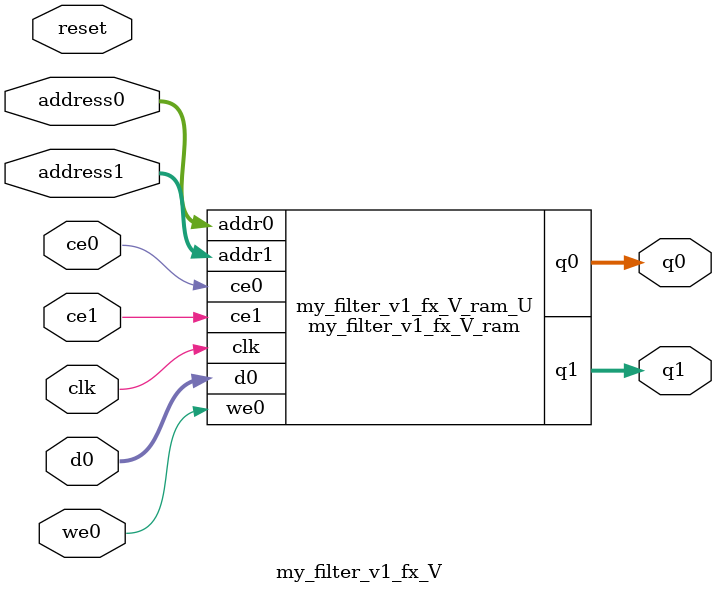
<source format=v>
`timescale 1 ns / 1 ps
module my_filter_v1_fx_V_ram (addr0, ce0, d0, we0, q0, addr1, ce1, q1,  clk);

parameter DWIDTH = 8;
parameter AWIDTH = 14;
parameter MEM_SIZE = 16384;

input[AWIDTH-1:0] addr0;
input ce0;
input[DWIDTH-1:0] d0;
input we0;
output reg[DWIDTH-1:0] q0;
input[AWIDTH-1:0] addr1;
input ce1;
output reg[DWIDTH-1:0] q1;
input clk;

(* ram_style = "block" *)reg [DWIDTH-1:0] ram[0:MEM_SIZE-1];




always @(posedge clk)  
begin 
    if (ce0) begin
        if (we0) 
            ram[addr0] <= d0; 
        q0 <= ram[addr0];
    end
end


always @(posedge clk)  
begin 
    if (ce1) begin
        q1 <= ram[addr1];
    end
end


endmodule

`timescale 1 ns / 1 ps
module my_filter_v1_fx_V(
    reset,
    clk,
    address0,
    ce0,
    we0,
    d0,
    q0,
    address1,
    ce1,
    q1);

parameter DataWidth = 32'd8;
parameter AddressRange = 32'd16384;
parameter AddressWidth = 32'd14;
input reset;
input clk;
input[AddressWidth - 1:0] address0;
input ce0;
input we0;
input[DataWidth - 1:0] d0;
output[DataWidth - 1:0] q0;
input[AddressWidth - 1:0] address1;
input ce1;
output[DataWidth - 1:0] q1;



my_filter_v1_fx_V_ram my_filter_v1_fx_V_ram_U(
    .clk( clk ),
    .addr0( address0 ),
    .ce0( ce0 ),
    .we0( we0 ),
    .d0( d0 ),
    .q0( q0 ),
    .addr1( address1 ),
    .ce1( ce1 ),
    .q1( q1 ));

endmodule


</source>
